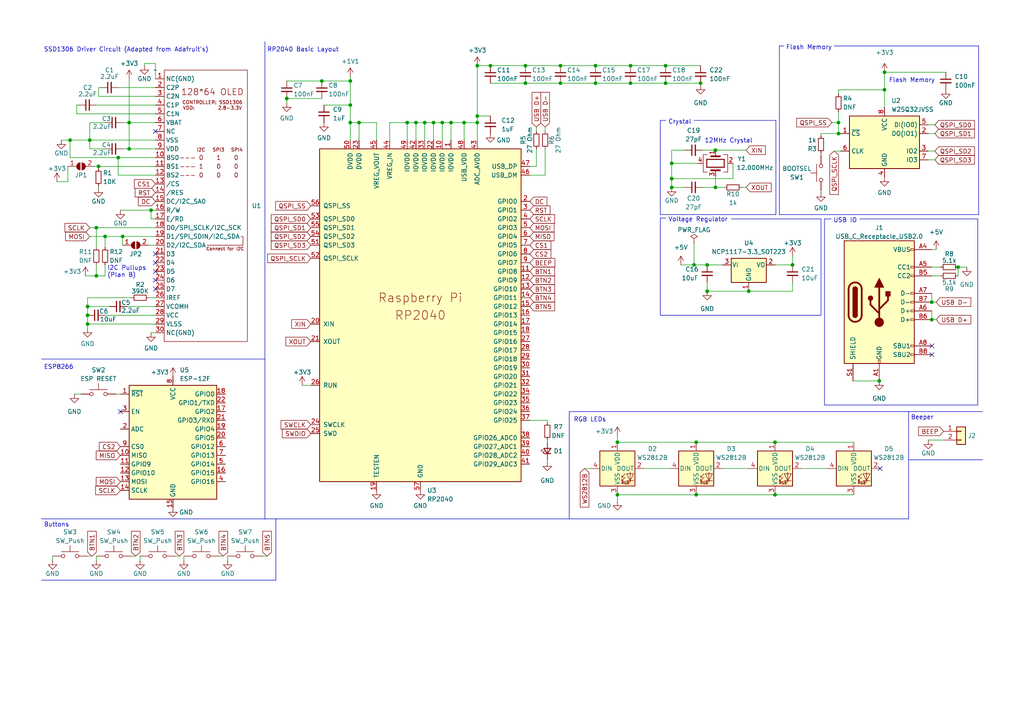
<source format=kicad_sch>
(kicad_sch (version 20230121) (generator eeschema)
  (paper "A4")
  (junction (at 43.815 60.96))
  (junction (at 194.818 47.371))
  (junction (at 25.4 93.98))
  (junction (at 101.6 30.48))
  (junction (at 203.2 24.13))
  (junction (at 172.72 24.13))
  (junction (at 243.205 35.56))
  (junction (at 162.56 19.05))
  (junction (at 28.575 48.26))
  (junction (at 37.465 35.56))
  (junction (at 224.79 128.27))
  (junction (at 224.79 143.51))
  (junction (at 118.11 35.56))
  (junction (at 205.105 76.835))
  (junction (at 27.94 66.04))
  (junction (at 37.465 43.18))
  (junction (at 27.94 80.01))
  (junction (at 26.035 40.64))
  (junction (at 179.07 143.51))
  (junction (at 194.818 51.816))
  (junction (at 101.6 35.56))
  (junction (at 182.88 24.13))
  (junction (at 255.016 110.49))
  (junction (at 130.81 35.56))
  (junction (at 152.4 19.05))
  (junction (at 193.04 19.05))
  (junction (at 142.24 19.05))
  (junction (at 256.54 26.035))
  (junction (at 194.818 54.356))
  (junction (at 270.256 92.71))
  (junction (at 152.4 24.13))
  (junction (at 162.56 24.13))
  (junction (at 125.73 35.56))
  (junction (at 256.54 20.955))
  (junction (at 277.876 77.47))
  (junction (at 138.43 33.655))
  (junction (at 182.88 19.05))
  (junction (at 179.07 128.27))
  (junction (at 30.48 68.58))
  (junction (at 207.518 54.356))
  (junction (at 35.56 68.58))
  (junction (at 20.32 40.64))
  (junction (at 270.256 87.63))
  (junction (at 134.62 35.56))
  (junction (at 201.93 143.51))
  (junction (at 34.29 45.72))
  (junction (at 172.72 19.05))
  (junction (at 128.27 35.56))
  (junction (at 205.105 84.455))
  (junction (at 229.87 76.835))
  (junction (at 217.17 84.455))
  (junction (at 25.4 88.9))
  (junction (at 201.295 76.835))
  (junction (at 123.19 35.56))
  (junction (at 120.65 35.56))
  (junction (at 138.43 35.56))
  (junction (at 104.14 35.56))
  (junction (at 193.04 24.13))
  (junction (at 201.93 128.27))
  (junction (at 243.205 38.735))
  (junction (at 83.185 28.575))
  (junction (at 25.4 91.44))
  (junction (at 93.345 23.495))
  (junction (at 207.518 43.561))
  (junction (at 138.43 19.05))
  (junction (at 101.6 23.495))
  (no_connect (at 270.256 100.33))
  (no_connect (at 45.085 83.82))
  (no_connect (at 34.925 119.38))
  (no_connect (at 255.27 135.89))
  (no_connect (at 45.085 78.74))
  (no_connect (at 270.256 102.87))
  (no_connect (at 45.085 38.1))
  (no_connect (at 45.085 73.66))
  (no_connect (at 45.085 81.28))
  (no_connect (at 45.085 76.2))
  (wire (pts (xy 45.085 45.72) (xy 34.29 45.72)))
  (wire (pts (xy 93.345 28.575) (xy 83.185 28.575)))
  (wire (pts (xy 172.72 24.13) (xy 162.56 24.13)))
  (wire (pts (xy 118.11 35.56) (xy 120.65 35.56)))
  (wire (pts (xy 162.56 19.05) (xy 172.72 19.05)))
  (wire (pts (xy 120.65 35.56) (xy 123.19 35.56)))
  (wire (pts (xy 201.93 143.51) (xy 224.79 143.51)))
  (wire (pts (xy 277.876 77.47) (xy 277.876 80.01)))
  (wire (pts (xy 193.04 19.05) (xy 203.2 19.05)))
  (wire (pts (xy 35.56 35.56) (xy 37.465 35.56)))
  (wire (pts (xy 269.24 36.195) (xy 271.145 36.195)))
  (wire (pts (xy 22.225 30.48) (xy 22.225 33.02)))
  (polyline (pts (xy 263.525 133.35) (xy 284.988 133.35)))
  (wire (pts (xy 113.03 40.64) (xy 113.03 35.56)))
  (wire (pts (xy 26.035 66.04) (xy 27.94 66.04)))
  (wire (pts (xy 33.655 114.3) (xy 34.925 114.3)))
  (wire (pts (xy 243.205 27.305) (xy 243.205 26.035)))
  (wire (pts (xy 87.63 111.76) (xy 90.17 111.76)))
  (polyline (pts (xy 226.06 62.23) (xy 283.845 62.23)))
  (wire (pts (xy 36.83 88.9) (xy 45.085 88.9)))
  (wire (pts (xy 101.6 23.495) (xy 101.6 30.48)))
  (wire (pts (xy 109.22 40.64) (xy 109.22 35.56)))
  (wire (pts (xy 203.708 54.356) (xy 207.518 54.356)))
  (wire (pts (xy 20.32 40.64) (xy 20.32 45.72)))
  (wire (pts (xy 104.14 35.56) (xy 109.22 35.56)))
  (polyline (pts (xy 241.046 63.5) (xy 239.141 63.5)))
  (wire (pts (xy 134.62 35.56) (xy 134.62 40.64)))
  (wire (pts (xy 34.925 60.96) (xy 43.815 60.96)))
  (wire (pts (xy 83.185 29.845) (xy 83.185 28.575)))
  (wire (pts (xy 25.4 86.36) (xy 25.4 88.9)))
  (wire (pts (xy 194.818 54.356) (xy 198.628 54.356)))
  (polyline (pts (xy 238.125 63.5) (xy 238.125 91.44)))
  (wire (pts (xy 186.69 135.89) (xy 194.31 135.89)))
  (wire (pts (xy 35.56 43.18) (xy 37.465 43.18)))
  (wire (pts (xy 270.256 87.63) (xy 271.526 87.63)))
  (wire (pts (xy 25.4 88.9) (xy 25.4 91.44)))
  (polyline (pts (xy 239.141 63.5) (xy 239.141 117.475)))
  (wire (pts (xy 270.256 77.47) (xy 272.796 77.47)))
  (polyline (pts (xy 12.065 150.495) (xy 76.835 150.495)))
  (wire (pts (xy 229.87 84.455) (xy 229.87 81.915)))
  (polyline (pts (xy 238.125 91.44) (xy 191.516 91.44)))
  (wire (pts (xy 37.465 43.18) (xy 45.085 43.18)))
  (wire (pts (xy 128.27 35.56) (xy 130.81 35.56)))
  (wire (pts (xy 194.818 43.561) (xy 198.628 43.561)))
  (wire (pts (xy 128.27 35.56) (xy 128.27 40.64)))
  (wire (pts (xy 182.88 24.13) (xy 172.72 24.13)))
  (wire (pts (xy 17.78 40.64) (xy 20.32 40.64)))
  (polyline (pts (xy 80.01 168.275) (xy 80.01 150.495)))
  (wire (pts (xy 28.575 54.61) (xy 28.575 53.975)))
  (polyline (pts (xy 241.935 13.335) (xy 283.845 13.335)))
  (wire (pts (xy 27.94 71.755) (xy 27.94 66.04)))
  (polyline (pts (xy 225.044 62.23) (xy 225.044 34.925)))
  (wire (pts (xy 205.105 76.835) (xy 209.55 76.835)))
  (wire (pts (xy 45.085 18.415) (xy 41.91 18.415)))
  (polyline (pts (xy 283.591 117.475) (xy 283.591 63.5)))
  (wire (pts (xy 205.105 81.915) (xy 205.105 84.455)))
  (wire (pts (xy 138.43 35.56) (xy 138.43 40.64)))
  (wire (pts (xy 38.1 86.36) (xy 25.4 86.36)))
  (wire (pts (xy 26.035 35.56) (xy 26.035 40.64)))
  (wire (pts (xy 155.575 48.26) (xy 155.575 43.18)))
  (wire (pts (xy 241.3 35.56) (xy 243.205 35.56)))
  (wire (pts (xy 209.55 135.89) (xy 217.17 135.89)))
  (wire (pts (xy 238.125 55.88) (xy 238.125 55.245)))
  (polyline (pts (xy 227.33 13.335) (xy 226.06 13.335)))
  (wire (pts (xy 201.295 70.485) (xy 201.295 76.835)))
  (wire (pts (xy 41.91 18.415) (xy 41.91 19.05)))
  (polyline (pts (xy 191.516 34.925) (xy 193.167 34.925)))
  (wire (pts (xy 25.4 88.9) (xy 31.75 88.9)))
  (wire (pts (xy 216.408 54.356) (xy 215.138 54.356)))
  (polyline (pts (xy 191.516 91.44) (xy 191.516 63.246)))
  (wire (pts (xy 27.94 76.835) (xy 27.94 80.01)))
  (polyline (pts (xy 212.09 63.5) (xy 238.125 63.5)))
  (wire (pts (xy 169.545 135.89) (xy 171.45 135.89)))
  (wire (pts (xy 22.225 33.02) (xy 45.085 33.02)))
  (polyline (pts (xy 191.516 62.23) (xy 225.044 62.23)))
  (wire (pts (xy 155.575 38.1) (xy 155.575 36.83)))
  (wire (pts (xy 224.79 128.27) (xy 247.65 128.27)))
  (wire (pts (xy 194.818 54.356) (xy 194.818 51.816)))
  (polyline (pts (xy 226.06 13.335) (xy 226.06 62.23)))
  (wire (pts (xy 30.48 91.44) (xy 45.085 91.44)))
  (wire (pts (xy 256.54 26.035) (xy 256.54 31.115)))
  (wire (pts (xy 25.4 161.29) (xy 26.67 161.29)))
  (wire (pts (xy 83.185 23.495) (xy 93.345 23.495)))
  (wire (pts (xy 40.64 161.29) (xy 40.64 162.56)))
  (wire (pts (xy 28.575 48.26) (xy 45.085 48.26)))
  (wire (pts (xy 34.29 25.4) (xy 45.085 25.4)))
  (wire (pts (xy 179.07 143.51) (xy 179.07 145.415)))
  (wire (pts (xy 26.035 43.18) (xy 30.48 43.18)))
  (wire (pts (xy 27.94 161.29) (xy 27.94 162.56)))
  (wire (pts (xy 134.62 35.56) (xy 138.43 35.56)))
  (wire (pts (xy 37.465 35.56) (xy 37.465 43.18)))
  (wire (pts (xy 43.18 71.12) (xy 45.085 71.12)))
  (wire (pts (xy 203.2 24.13) (xy 203.2 24.765)))
  (wire (pts (xy 158.115 43.18) (xy 158.115 50.8)))
  (wire (pts (xy 45.085 22.86) (xy 45.085 18.415)))
  (wire (pts (xy 277.876 77.47) (xy 280.416 77.47)))
  (wire (pts (xy 194.818 51.816) (xy 194.818 47.371)))
  (wire (pts (xy 182.88 19.05) (xy 193.04 19.05)))
  (wire (pts (xy 217.17 84.455) (xy 229.87 84.455)))
  (wire (pts (xy 34.29 45.72) (xy 34.29 50.8)))
  (wire (pts (xy 130.81 35.56) (xy 130.81 40.64)))
  (wire (pts (xy 20.32 45.72) (xy 34.29 45.72)))
  (wire (pts (xy 172.72 19.05) (xy 182.88 19.05)))
  (polyline (pts (xy 249.301 63.5) (xy 283.591 63.5)))
  (wire (pts (xy 21.59 114.3) (xy 23.495 114.3)))
  (wire (pts (xy 207.518 54.356) (xy 210.058 54.356)))
  (wire (pts (xy 123.19 35.56) (xy 123.19 40.64)))
  (wire (pts (xy 30.48 68.58) (xy 35.56 68.58)))
  (polyline (pts (xy 12.065 104.14) (xy 76.835 104.14)))
  (wire (pts (xy 247.396 110.49) (xy 255.016 110.49)))
  (wire (pts (xy 28.575 25.4) (xy 28.575 27.94)))
  (polyline (pts (xy 191.516 34.925) (xy 191.516 62.23)))
  (wire (pts (xy 270.256 80.01) (xy 272.796 80.01)))
  (wire (pts (xy 179.07 143.51) (xy 201.93 143.51)))
  (wire (pts (xy 269.24 46.355) (xy 271.145 46.355)))
  (wire (pts (xy 28.575 27.94) (xy 45.085 27.94)))
  (wire (pts (xy 232.41 135.89) (xy 240.03 135.89)))
  (wire (pts (xy 26.035 68.58) (xy 30.48 68.58)))
  (polyline (pts (xy 165.1 150.495) (xy 263.525 150.495)))
  (wire (pts (xy 193.04 24.13) (xy 182.88 24.13)))
  (wire (pts (xy 53.34 161.29) (xy 53.34 162.56)))
  (wire (pts (xy 203.2 24.13) (xy 193.04 24.13)))
  (polyline (pts (xy 165.1 119.38) (xy 284.988 119.38)))
  (wire (pts (xy 101.6 35.56) (xy 104.14 35.56)))
  (wire (pts (xy 153.67 121.92) (xy 158.75 121.92)))
  (wire (pts (xy 45.085 60.96) (xy 43.815 60.96)))
  (wire (pts (xy 118.11 40.64) (xy 118.11 35.56)))
  (wire (pts (xy 15.24 161.29) (xy 15.24 162.56)))
  (wire (pts (xy 138.43 19.05) (xy 138.43 33.655)))
  (wire (pts (xy 243.84 38.735) (xy 243.205 38.735)))
  (polyline (pts (xy 239.141 117.475) (xy 283.591 117.475)))
  (wire (pts (xy 113.03 35.56) (xy 118.11 35.56)))
  (wire (pts (xy 101.6 22.225) (xy 101.6 23.495)))
  (wire (pts (xy 256.54 20.955) (xy 256.54 26.035)))
  (wire (pts (xy 224.79 76.835) (xy 229.87 76.835)))
  (wire (pts (xy 158.75 133.35) (xy 158.75 133.985)))
  (wire (pts (xy 238.125 45.085) (xy 238.125 44.45)))
  (wire (pts (xy 162.56 24.13) (xy 152.4 24.13)))
  (wire (pts (xy 130.81 35.56) (xy 134.62 35.56)))
  (wire (pts (xy 179.07 126.365) (xy 179.07 128.27)))
  (wire (pts (xy 194.818 47.371) (xy 194.818 43.561)))
  (wire (pts (xy 229.87 74.295) (xy 229.87 76.835)))
  (wire (pts (xy 179.07 128.27) (xy 201.93 128.27)))
  (wire (pts (xy 35.56 68.58) (xy 35.56 71.12)))
  (wire (pts (xy 224.79 143.51) (xy 247.65 143.51)))
  (wire (pts (xy 93.98 30.48) (xy 101.6 30.48)))
  (wire (pts (xy 43.815 63.5) (xy 45.085 63.5)))
  (wire (pts (xy 27.94 80.01) (xy 30.48 80.01)))
  (wire (pts (xy 43.815 60.96) (xy 43.815 63.5)))
  (wire (pts (xy 203.708 43.561) (xy 207.518 43.561)))
  (wire (pts (xy 152.4 24.13) (xy 142.24 24.13)))
  (wire (pts (xy 243.205 38.735) (xy 243.205 35.56)))
  (wire (pts (xy 270.256 85.09) (xy 270.256 87.63)))
  (wire (pts (xy 120.65 35.56) (xy 120.65 40.64)))
  (wire (pts (xy 207.518 54.356) (xy 207.518 51.181)))
  (wire (pts (xy 104.14 35.56) (xy 104.14 40.64)))
  (wire (pts (xy 34.29 50.8) (xy 45.085 50.8)))
  (polyline (pts (xy 76.835 150.495) (xy 76.835 150.495)))
  (wire (pts (xy 243.205 26.035) (xy 256.54 26.035)))
  (wire (pts (xy 101.6 35.56) (xy 101.6 40.64)))
  (wire (pts (xy 207.518 43.561) (xy 216.408 43.561)))
  (wire (pts (xy 241.935 43.815) (xy 243.84 43.815)))
  (polyline (pts (xy 12.065 168.275) (xy 80.01 168.275)))
  (wire (pts (xy 270.256 90.17) (xy 270.256 92.71)))
  (wire (pts (xy 37.465 35.56) (xy 45.085 35.56)))
  (wire (pts (xy 43.18 86.36) (xy 45.085 86.36)))
  (polyline (pts (xy 263.525 150.495) (xy 263.525 119.38)))
  (wire (pts (xy 101.6 30.48) (xy 101.6 35.56)))
  (wire (pts (xy 50.8 161.29) (xy 52.07 161.29)))
  (wire (pts (xy 212.598 51.816) (xy 194.818 51.816)))
  (wire (pts (xy 25.4 91.44) (xy 25.4 93.98)))
  (wire (pts (xy 256.54 20.955) (xy 274.32 20.955)))
  (wire (pts (xy 271.526 72.39) (xy 270.256 72.39)))
  (wire (pts (xy 205.105 84.455) (xy 217.17 84.455)))
  (polyline (pts (xy 76.835 12.065) (xy 76.835 150.495)))
  (wire (pts (xy 138.43 19.05) (xy 142.24 19.05)))
  (wire (pts (xy 125.73 35.56) (xy 128.27 35.56)))
  (wire (pts (xy 269.24 38.735) (xy 271.145 38.735)))
  (wire (pts (xy 28.575 25.4) (xy 29.21 25.4)))
  (wire (pts (xy 38.1 161.29) (xy 39.37 161.29)))
  (wire (pts (xy 35.56 68.58) (xy 45.085 68.58)))
  (wire (pts (xy 27.94 80.01) (xy 24.765 80.01)))
  (wire (pts (xy 30.48 35.56) (xy 26.035 35.56)))
  (wire (pts (xy 27.94 66.04) (xy 45.085 66.04)))
  (wire (pts (xy 158.75 128.27) (xy 158.75 127.635)))
  (wire (pts (xy 76.2 161.29) (xy 77.47 161.29)))
  (wire (pts (xy 153.67 50.8) (xy 158.115 50.8)))
  (wire (pts (xy 152.4 19.05) (xy 162.56 19.05)))
  (wire (pts (xy 142.24 19.05) (xy 152.4 19.05)))
  (wire (pts (xy 212.598 47.371) (xy 212.598 51.816)))
  (wire (pts (xy 26.035 40.64) (xy 45.085 40.64)))
  (polyline (pts (xy 191.516 63.246) (xy 193.167 63.246)))
  (wire (pts (xy 66.04 161.29) (xy 66.04 162.56)))
  (wire (pts (xy 26.035 40.64) (xy 26.035 43.18)))
  (wire (pts (xy 19.685 48.26) (xy 19.685 52.705)))
  (polyline (pts (xy 201.295 34.925) (xy 225.044 34.925)))
  (wire (pts (xy 138.43 33.655) (xy 142.24 33.655)))
  (polyline (pts (xy 165.1 150.495) (xy 165.1 119.38)))
  (wire (pts (xy 270.256 92.71) (xy 271.526 92.71)))
  (wire (pts (xy 37.465 22.86) (xy 37.465 35.56)))
  (wire (pts (xy 63.5 161.29) (xy 64.77 161.29)))
  (wire (pts (xy 30.48 80.01) (xy 30.48 76.835)))
  (wire (pts (xy 25.4 93.98) (xy 45.085 93.98)))
  (wire (pts (xy 25.4 93.98) (xy 25.4 95.25)))
  (wire (pts (xy 19.685 52.705) (xy 16.51 52.705)))
  (wire (pts (xy 243.205 35.56) (xy 243.205 32.385)))
  (wire (pts (xy 269.24 127.635) (xy 273.685 127.635)))
  (wire (pts (xy 238.125 38.735) (xy 243.205 38.735)))
  (wire (pts (xy 93.345 23.495) (xy 101.6 23.495)))
  (wire (pts (xy 20.32 40.64) (xy 26.035 40.64)))
  (wire (pts (xy 158.75 121.92) (xy 158.75 122.555)))
  (wire (pts (xy 158.115 38.1) (xy 158.115 36.83)))
  (wire (pts (xy 43.815 96.52) (xy 45.085 96.52)))
  (wire (pts (xy 238.125 38.735) (xy 238.125 39.37)))
  (wire (pts (xy 28.575 48.895) (xy 28.575 48.26)))
  (polyline (pts (xy 283.845 62.23) (xy 283.845 13.335)))
  (wire (pts (xy 201.295 76.835) (xy 205.105 76.835)))
  (wire (pts (xy 22.225 30.48) (xy 22.86 30.48)))
  (wire (pts (xy 197.485 76.835) (xy 201.295 76.835)))
  (wire (pts (xy 201.93 128.27) (xy 224.79 128.27)))
  (wire (pts (xy 269.24 43.815) (xy 271.145 43.815)))
  (wire (pts (xy 30.48 68.58) (xy 30.48 71.755)))
  (wire (pts (xy 123.19 35.56) (xy 125.73 35.56)))
  (wire (pts (xy 194.818 47.371) (xy 202.438 47.371)))
  (wire (pts (xy 27.94 30.48) (xy 45.085 30.48)))
  (wire (pts (xy 138.43 35.56) (xy 138.43 33.655)))
  (polyline (pts (xy 76.835 150.495) (xy 165.1 150.495)))
  (wire (pts (xy 125.73 35.56) (xy 125.73 40.64)))
  (wire (pts (xy 27.305 48.26) (xy 28.575 48.26)))
  (wire (pts (xy 153.67 48.26) (xy 155.575 48.26)))
  (text "Buttons" (at 12.7 153.035 0) (effects (font (size 1.27 1.27)) (justify left bottom)))
  (text "I2C Pullups\n(Plan B)" (at 31.115 80.645 0) (effects (font (size 1.27 1.27)) (justify left bottom)))
  (text "RP2040 Basic Layout" (at 77.47 15.24 0) (effects (font (size 1.27 1.27)) (justify left bottom)))
  (text "SSD1306 Driver Circuit (Adapted from Adafruit's)" (at 12.7 15.24 0) (effects (font (size 1.27 1.27)) (justify left bottom)))
  (text "Flash Memory" (at 227.965 14.605 0) (effects (font (size 1.27 1.27)) (justify left bottom)))
  (text "ESP8266" (at 12.7 107.315 0) (effects (font (size 1.27 1.27)) (justify left bottom)))
  (text "Beeper" (at 264.16 121.92 0) (effects (font (size 1.27 1.27)) (justify left bottom)))
  (text "12MHz Crystal" (at 204.343 41.656 0) (effects (font (size 1.27 1.27)) (justify left bottom)))
  (text "Crystal" (at 193.802 36.195 0) (effects (font (size 1.27 1.27)) (justify left bottom)))
  (text "Flash Memory" (at 257.81 24.13 0) (effects (font (size 1.27 1.27)) (justify left bottom)))
  (text "RGB LEDs" (at 166.37 122.555 0) (effects (font (size 1.27 1.27)) (justify left bottom)))
  (text "USB IO" (at 241.681 64.77 0) (effects (font (size 1.27 1.27)) (justify left bottom)))
  (text "Voltage Regulator" (at 193.802 64.516 0) (effects (font (size 1.27 1.27)) (justify left bottom)))
  (global_label "SCLK" (shape input) (at 153.67 63.5 0) (property "Intersheetrefs" "${INTERSHEET_REFS}" (effects hide)))
  (global_label "WS2812B" (shape input) (at 169.545 135.89 270) (property "Intersheetrefs" "${INTERSHEET_REFS}" (effects hide)))
  (global_label "QSPI_SCLK" (shape input) (at 90.17 74.93 180) (property "Intersheetrefs" "${INTERSHEET_REFS}" (effects hide)))
  (global_label "QSPI_SD0" (shape input) (at 90.17 63.5 180) (property "Intersheetrefs" "${INTERSHEET_REFS}" (effects hide)))
  (global_label "XIN" (shape input) (at 216.408 43.561 0) (property "Intersheetrefs" "${INTERSHEET_REFS}" (effects hide)))
  (global_label "QSPI_SCLK" (shape input) (at 241.935 43.815 270) (property "Intersheetrefs" "${INTERSHEET_REFS}" (effects hide)))
  (global_label "MOSI" (shape input) (at 153.67 66.04 0) (property "Intersheetrefs" "${INTERSHEET_REFS}" (effects hide)))
  (global_label "RST" (shape input) (at 153.67 60.96 0) (property "Intersheetrefs" "${INTERSHEET_REFS}" (effects hide)))
  (global_label "CS2" (shape input) (at 153.67 73.66 0) (property "Intersheetrefs" "${INTERSHEET_REFS}" (effects hide)))
  (global_label "QSPI_SD3" (shape input) (at 271.145 46.355 0) (property "Intersheetrefs" "${INTERSHEET_REFS}" (effects hide)))
  (global_label "SCLK" (shape input) (at 26.035 66.04 180) (property "Intersheetrefs" "${INTERSHEET_REFS}" (effects hide)))
  (global_label "QSPI_SD1" (shape input) (at 90.17 66.04 180) (property "Intersheetrefs" "${INTERSHEET_REFS}" (effects hide)))
  (global_label "QSPI_SD1" (shape input) (at 271.145 38.735 0) (property "Intersheetrefs" "${INTERSHEET_REFS}" (effects hide)))
  (global_label "SCLK" (shape input) (at 34.925 142.24 180) (property "Intersheetrefs" "${INTERSHEET_REFS}" (effects hide)))
  (global_label "USB D+" (shape input) (at 155.575 36.83 90) (property "Intersheetrefs" "${INTERSHEET_REFS}" (effects hide)))
  (global_label "BTN2" (shape input) (at 153.67 81.28 0) (property "Intersheetrefs" "${INTERSHEET_REFS}" (effects hide)))
  (global_label "QSPI_SD3" (shape input) (at 90.17 71.12 180) (property "Intersheetrefs" "${INTERSHEET_REFS}" (effects hide)))
  (global_label "SWDIO" (shape input) (at 90.17 125.73 180) (property "Intersheetrefs" "${INTERSHEET_REFS}" (effects hide)))
  (global_label "XOUT" (shape input) (at 216.408 54.356 0) (property "Intersheetrefs" "${INTERSHEET_REFS}" (effects hide)))
  (global_label "BTN1" (shape input) (at 26.67 161.29 90) (property "Intersheetrefs" "${INTERSHEET_REFS}" (effects hide)))
  (global_label "QSPI_SD2" (shape input) (at 271.145 43.815 0) (property "Intersheetrefs" "${INTERSHEET_REFS}" (effects hide)))
  (global_label "BTN5" (shape input) (at 153.67 88.9 0) (property "Intersheetrefs" "${INTERSHEET_REFS}" (effects hide)))
  (global_label "MOSI" (shape input) (at 34.925 139.7 180) (property "Intersheetrefs" "${INTERSHEET_REFS}" (effects hide)))
  (global_label "DC" (shape input) (at 45.085 58.42 180) (property "Intersheetrefs" "${INTERSHEET_REFS}" (effects hide)))
  (global_label "SWCLK" (shape input) (at 90.17 123.19 180) (property "Intersheetrefs" "${INTERSHEET_REFS}" (effects hide)))
  (global_label "USB D-" (shape input) (at 271.526 87.63 0) (property "Intersheetrefs" "${INTERSHEET_REFS}" (effects hide)))
  (global_label "BEEP" (shape input) (at 273.685 125.095 180) (property "Intersheetrefs" "${INTERSHEET_REFS}" (effects hide)))
  (global_label "BTN1" (shape input) (at 153.67 78.74 0) (property "Intersheetrefs" "${INTERSHEET_REFS}" (effects hide)))
  (global_label "MOSI" (shape input) (at 26.035 68.58 180) (property "Intersheetrefs" "${INTERSHEET_REFS}" (effects hide)))
  (global_label "CS1" (shape input) (at 153.67 71.12 0) (property "Intersheetrefs" "${INTERSHEET_REFS}" (effects hide)))
  (global_label "MISO" (shape input) (at 153.67 68.58 0) (property "Intersheetrefs" "${INTERSHEET_REFS}" (effects hide)))
  (global_label "BTN3" (shape input) (at 153.67 83.82 0) (property "Intersheetrefs" "${INTERSHEET_REFS}" (effects hide)))
  (global_label "CS2" (shape input) (at 34.925 129.54 180) (property "Intersheetrefs" "${INTERSHEET_REFS}" (effects hide)))
  (global_label "BTN4" (shape input) (at 64.77 161.29 90) (property "Intersheetrefs" "${INTERSHEET_REFS}" (effects hide)))
  (global_label "QSPI_SD0" (shape input) (at 271.145 36.195 0) (property "Intersheetrefs" "${INTERSHEET_REFS}" (effects hide)))
  (global_label "QSPI_SD2" (shape input) (at 90.17 68.58 180) (property "Intersheetrefs" "${INTERSHEET_REFS}" (effects hide)))
  (global_label "BTN5" (shape input) (at 77.47 161.29 90) (property "Intersheetrefs" "${INTERSHEET_REFS}" (effects hide)))
  (global_label "DC" (shape input) (at 153.67 58.42 0) (property "Intersheetrefs" "${INTERSHEET_REFS}" (effects hide)))
  (global_label "XOUT" (shape input) (at 90.17 99.06 180) (property "Intersheetrefs" "${INTERSHEET_REFS}" (effects hide)))
  (global_label "QSPI_SS" (shape input) (at 90.17 59.69 180) (property "Intersheetrefs" "${INTERSHEET_REFS}" (effects hide)))
  (global_label "XIN" (shape input) (at 90.17 93.98 180) (property "Intersheetrefs" "${INTERSHEET_REFS}" (effects hide)))
  (global_label "BTN3" (shape input) (at 52.07 161.29 90) (property "Intersheetrefs" "${INTERSHEET_REFS}" (effects hide)))
  (global_label "BTN2" (shape input) (at 39.37 161.29 90) (property "Intersheetrefs" "${INTERSHEET_REFS}" (effects hide)))
  (global_label "BEEP" (shape input) (at 153.67 76.2 0) (property "Intersheetrefs" "${INTERSHEET_REFS}" (effects hide)))
  (global_label "CS1" (shape input) (at 45.085 53.34 180) (property "Intersheetrefs" "${INTERSHEET_REFS}" (effects hide)))
  (global_label "QSPI_SS" (shape input) (at 241.3 35.56 180) (property "Intersheetrefs" "${INTERSHEET_REFS}" (effects hide)))
  (global_label "MISO" (shape input) (at 34.925 132.08 180) (property "Intersheetrefs" "${INTERSHEET_REFS}" (effects hide)))
  (global_label "RST" (shape input) (at 45.085 55.88 180) (property "Intersheetrefs" "${INTERSHEET_REFS}" (effects hide)))
  (global_label "USB D+" (shape input) (at 271.526 92.71 0) (property "Intersheetrefs" "${INTERSHEET_REFS}" (effects hide)))
  (global_label "BTN4" (shape input) (at 153.67 86.36 0) (property "Intersheetrefs" "${INTERSHEET_REFS}" (effects hide)))
  (global_label "USB D-" (shape input) (at 158.115 36.83 90) (property "Intersheetrefs" "${INTERSHEET_REFS}" (effects hide)))
  (symbol (lib_id "power:GND") (at 53.34 162.56 0) (unit 1)
    (property "Reference" "#PWR040" (effects hide))
    (property "Value" "GND" (at 53.34 166.37 0))
  )
  (symbol (lib_id "Jumper:SolderJumper_2_Open") (at 23.495 48.26 0) (unit 1)
    (property "Reference" "JP1" (at 23.495 50.8 0))
    (property "Value" "SolderJumper_2_Open" (effects hide))
  )
  (symbol (lib_id "power:GND") (at 109.22 142.24 0) (unit 1)
    (property "Reference" "#PWR013" (effects hide))
    (property "Value" "GND" (at 109.22 146.685 0))
  )
  (symbol (lib_id "power:GND") (at 269.24 127.635 0) (unit 1)
    (property "Reference" "#PWR033" (effects hide))
    (property "Value" "GND" (at 269.24 131.445 0))
  )
  (symbol (lib_id "power:GND") (at 238.125 55.88 0) (unit 1)
    (property "Reference" "#PWR08" (effects hide))
    (property "Value" "GND" (at 238.125 60.325 0))
  )
  (symbol (lib_id "power:GND") (at 179.07 145.415 0) (unit 1)
    (property "Reference" "#PWR031" (effects hide))
    (property "Value" "GND" (at 175.26 146.685 0))
  )
  (symbol (lib_id "Device:C_Small") (at 205.105 79.375 0) (unit 1)
    (property "Reference" "C16" (at 198.755 78.105 0) (effects (justify left)))
    (property "Value" "10uF" (at 202.565 80.645 0) (effects (justify right)))
    (property "Footprint" "Capacitor_SMD:C_0402_1005Metric_Pad0.74x0.62mm_HandSolder" (effects hide))
    (property "LCSC" "C15525" (effects hide))
  )
  (symbol (lib_id "Device:R_Small") (at 275.336 80.01 270) (unit 1)
    (property "Reference" "R9" (at 275.336 83.82 90))
    (property "Value" "5.1k" (at 275.336 81.915 90))
    (property "Footprint" "Resistor_SMD:R_0402_1005Metric_Pad0.72x0.64mm_HandSolder" (effects hide))
    (property "LCSC" "C25905" (effects hide))
  )
  (symbol (lib_id "power:+3V3") (at 138.43 19.05 0) (unit 1)
    (property "Reference" "#PWR018" (effects hide))
    (property "Value" "+3V3" (at 138.43 14.605 0))
  )
  (symbol (lib_id "Device:R_Small") (at 40.64 86.36 90) (unit 1)
    (property "Reference" "R2" (at 40.64 82.55 90))
    (property "Value" "390K" (at 40.64 84.455 90))
  )
  (symbol (lib_id "Device:C_Small") (at 274.32 23.495 0) (unit 1)
    (property "Reference" "C10" (at 276.86 22.225 0) (effects (justify left)))
    (property "Value" "100nF" (at 276.86 24.765 0) (effects (justify left)))
    (property "Footprint" "Capacitor_SMD:C_0402_1005Metric_Pad0.74x0.62mm_HandSolder" (effects hide))
    (property "LCSC" "C1525" (effects hide))
  )
  (symbol (lib_id "power:GND") (at 255.016 110.49 0) (unit 1)
    (property "Reference" "#PWR020" (effects hide))
    (property "Value" "GND" (at 255.016 115.57 0))
  )
  (symbol (lib_id "power:+3V3") (at 256.54 20.955 0) (unit 1)
    (property "Reference" "#PWR014" (effects hide))
    (property "Value" "+3V3" (at 256.54 15.24 0))
  )
  (symbol (lib_id "power:GND") (at 203.2 24.765 0) (unit 1)
    (property "Reference" "#PWR028" (effects hide))
    (property "Value" "GND" (at 203.2 29.845 0))
  )
  (symbol (lib_id "Device:R_Small") (at 28.575 51.435 0) (unit 1)
    (property "Reference" "R1" (at 29.845 50.165 0) (effects (justify left)))
    (property "Value" "10K" (at 29.845 52.705 0) (effects (justify left)))
  )
  (symbol (lib_id "power:GND") (at 83.185 29.845 0) (unit 1)
    (property "Reference" "#PWR09" (effects hide))
    (property "Value" "GND" (at 83.185 34.29 0))
  )
  (symbol (lib_id "Connector:USB_C_Receptacle_USB2.0") (at 255.016 87.63 0) (unit 1)
    (property "Reference" "J1" (at 255.016 66.04 0))
    (property "Value" "USB_C_Receptacle_USB2.0" (at 255.016 68.58 0))
    (property "Footprint" "Connector_USB:USB_C_Receptacle_G-Switch_GT-USB-7010ASV" (effects hide))
    (property "Datasheet" "https://www.usb.org/sites/default/files/documents/usb_type-c.zip" (effects hide))
    (property "LCSC" "C2988369" (effects hide))
  )
  (symbol (lib_id "power:GND") (at 50.165 147.32 0) (unit 1)
    (property "Reference" "#PWR035" (effects hide))
    (property "Value" "GND" (at 53.975 148.59 0))
  )
  (symbol (lib_id "Switch:SW_Push") (at 58.42 161.29 0) (unit 1)
    (property "Reference" "SW6" (at 58.42 154.305 0))
    (property "Value" "SW_Push" (at 58.42 156.845 0))
  )
  (symbol (lib_id "power:GND") (at 280.416 77.47 0) (unit 1)
    (property "Reference" "#PWR025" (effects hide))
    (property "Value" "GND" (at 280.416 82.55 0))
  )
  (symbol (lib_id "Device:C_Small") (at 27.94 91.44 90) (unit 1)
    (property "Reference" "C6" (at 30.099 90.297 90))
    (property "Value" "10uF" (at 31.369 92.583 90))
  )
  (symbol (lib_id "Device:R_Small") (at 158.115 40.64 180) (unit 1)
    (property "Reference" "R6" (at 160.02 40.64 90))
    (property "Value" "27 Ohm" (at 161.925 40.64 90))
    (property "Footprint" "Resistor_SMD:R_0402_1005Metric_Pad0.72x0.64mm_HandSolder" (effects hide))
    (property "LCSC" "C2909343" (effects hide))
  )
  (symbol (lib_id "power:GND") (at 43.815 96.52 0) (unit 1)
    (property "Reference" "#PWR07" (effects hide))
    (property "Value" "GND" (at 43.815 100.965 0))
  )
  (symbol (lib_id "power:GND") (at 17.78 40.64 0) (unit 1)
    (property "Reference" "#PWR04" (effects hide))
    (property "Value" "GND" (at 17.78 44.45 0))
  )
  (symbol (lib_id "Device:C_Small") (at 33.02 43.18 90) (unit 1)
    (property "Reference" "C4" (at 30.861 42.037 90))
    (property "Value" "2.2uF" (at 29.591 44.323 90))
  )
  (symbol (lib_id "Device:C_Small") (at 193.04 21.59 0) (unit 1)
    (property "Reference" "C18" (at 194.945 20.32 0) (effects (justify left)))
    (property "Value" "100nF" (at 194.945 22.86 0) (effects (justify left)))
    (property "Footprint" "Capacitor_SMD:C_0402_1005Metric_Pad0.74x0.62mm_HandSolder" (effects hide))
    (property "LCSC" "C1525" (effects hide))
  )
  (symbol (lib_id "Device:C_Small") (at 93.345 26.035 0) (unit 1)
    (property "Reference" "C8" (at 95.25 24.765 0) (effects (justify left)))
    (property "Value" "100nF" (at 95.25 27.305 0) (effects (justify left)))
    (property "Footprint" "Capacitor_SMD:C_0402_1005Metric_Pad0.74x0.62mm_HandSolder" (effects hide))
    (property "LCSC" "C1525" (effects hide))
  )
  (symbol (lib_id "Device:C_Small") (at 152.4 21.59 0) (unit 1)
    (property "Reference" "C13" (at 154.305 20.32 0) (effects (justify left)))
    (property "Value" "100nF" (at 154.305 22.86 0) (effects (justify left)))
    (property "Footprint" "Capacitor_SMD:C_0402_1005Metric_Pad0.74x0.62mm_HandSolder" (effects hide))
    (property "LCSC" "C1525" (effects hide))
  )
  (symbol (lib_id "power:+3V3") (at 37.465 22.86 0) (unit 1)
    (property "Reference" "#PWR02" (effects hide))
    (property "Value" "+3V3" (at 37.465 18.415 0))
  )
  (symbol (lib_id "Device:C_Small") (at 83.185 26.035 0) (unit 1)
    (property "Reference" "C7" (at 85.09 24.765 0) (effects (justify left)))
    (property "Value" "100nF" (at 85.09 27.305 0) (effects (justify left)))
    (property "Footprint" "Capacitor_SMD:C_0402_1005Metric_Pad0.74x0.62mm_HandSolder" (effects hide))
    (property "LCSC" "C1525" (effects hide))
  )
  (symbol (lib_id "Device:R_Small") (at 238.125 41.91 180) (unit 1)
    (property "Reference" "R3" (at 235.585 43.18 0))
    (property "Value" "1k" (at 235.585 40.64 0))
    (property "Footprint" "Resistor_SMD:R_0402_1005Metric_Pad0.72x0.64mm_HandSolder" (effects hide))
    (property "LCSC" "C106235" (effects hide))
  )
  (symbol (lib_id "LED:WS2812B") (at 224.79 135.89 0) (unit 1)
    (property "Reference" "D4" (at 234.95 130.175 0))
    (property "Value" "WS2812B" (at 234.95 132.715 0))
    (property "Footprint" "LED_SMD:LED_WS2812B_PLCC4_5.0x5.0mm_P3.2mm" (effects hide))
    (property "Datasheet" "https://cdn-shop.adafruit.com/datasheets/WS2812B.pdf" (effects hide))
  )
  (symbol (lib_id "Device:C_Small") (at 229.87 79.375 0) (unit 1)
    (property "Reference" "C21" (at 232.41 78.1112 0) (effects (justify left)))
    (property "Value" "10uF" (at 232.41 80.6512 0) (effects (justify left)))
    (property "Footprint" "Capacitor_SMD:C_0402_1005Metric_Pad0.74x0.62mm_HandSolder" (effects hide))
    (property "LCSC" "C15525" (effects hide))
  )
  (symbol (lib_id "Device:C_Small") (at 201.168 54.356 90) (unit 1)
    (property "Reference" "C20" (at 201.168 57.531 90))
    (property "Value" "27pF" (at 201.168 60.071 90))
    (property "Footprint" "Capacitor_SMD:C_0402_1005Metric_Pad0.74x0.62mm_HandSolder" (effects hide))
    (property "LCSC" "C1557" (effects hide))
  )
  (symbol (lib_id "Device:C_Small") (at 31.75 25.4 90) (unit 1)
    (property "Reference" "C1" (at 31.75 20.32 90))
    (property "Value" "2.2uF" (at 31.75 22.225 90))
  )
  (symbol (lib_id "power:GND") (at 121.92 142.24 0) (unit 1)
    (property "Reference" "#PWR016" (effects hide))
    (property "Value" "GND" (at 121.92 146.685 0))
  )
  (symbol (lib_id "power:+3V3") (at 16.51 52.705 0) (unit 1)
    (property "Reference" "#PWR05" (effects hide))
    (property "Value" "+3V3" (at 16.51 48.895 0))
  )
  (symbol (lib_id "power:+5V") (at 197.485 76.835 0) (unit 1)
    (property "Reference" "#PWR021" (effects hide))
    (property "Value" "+5V" (at 197.485 71.755 0))
  )
  (symbol (lib_id "Switch:SW_Push") (at 71.12 161.29 0) (unit 1)
    (property "Reference" "SW7" (at 71.12 154.305 0))
    (property "Value" "SW_Push" (at 71.12 156.845 0))
  )
  (symbol (lib_id "power:GND") (at 194.818 54.356 0) (unit 1)
    (property "Reference" "#PWR026" (effects hide))
    (property "Value" "GND" (at 194.818 58.166 0))
  )
  (symbol (lib_id "power:GND") (at 27.94 162.56 0) (unit 1)
    (property "Reference" "#PWR038" (effects hide))
    (property "Value" "GND" (at 27.94 166.37 0))
  )
  (symbol (lib_id "power:GND") (at 66.04 162.56 0) (unit 1)
    (property "Reference" "#PWR041" (effects hide))
    (property "Value" "GND" (at 66.04 166.37 0))
  )
  (symbol (lib_id "power:GND") (at 15.24 162.56 0) (unit 1)
    (property "Reference" "#PWR037" (effects hide))
    (property "Value" "GND" (at 15.24 166.37 0))
  )
  (symbol (lib_id "Device:C_Small") (at 203.2 21.59 0) (unit 1)
    (property "Reference" "C22" (at 205.74 20.3262 0) (effects (justify left)))
    (property "Value" "100nF" (at 205.74 22.8662 0) (effects (justify left)))
    (property "Footprint" "Capacitor_SMD:C_0402_1005Metric_Pad0.74x0.62mm_HandSolder" (effects hide))
    (property "LCSC" "C1525" (effects hide))
  )
  (symbol (lib_id "Device:R_Small") (at 158.75 125.095 0) (unit 1)
    (property "Reference" "R7" (at 161.925 123.825 0))
    (property "Value" "DNF" (at 161.925 126.365 0))
    (property "Footprint" "Resistor_SMD:R_0402_1005Metric_Pad0.72x0.64mm_HandSolder" (effects hide))
  )
  (symbol (lib_id "LED:WS2812B") (at 179.07 135.89 0) (unit 1)
    (property "Reference" "D2" (at 189.23 130.175 0))
    (property "Value" "WS2812B" (at 189.23 132.715 0))
    (property "Footprint" "LED_SMD:LED_WS2812B_PLCC4_5.0x5.0mm_P3.2mm" (effects hide))
    (property "Datasheet" "https://cdn-shop.adafruit.com/datasheets/WS2812B.pdf" (effects hide))
  )
  (symbol (lib_id "Device:C_Small") (at 25.4 30.48 90) (unit 1)
    (property "Reference" "C2" (at 25.4 25.4 90))
    (property "Value" "2.2uF" (at 25.4 27.305 90))
  )
  (symbol (lib_id "Memory_Flash:W25Q32JVSS") (at 256.54 41.275 0) (unit 1)
    (property "Reference" "U2" (at 258.4959 29.21 0) (effects (justify left)))
    (property "Value" "W25Q32JVSS" (at 258.4959 31.75 0) (effects (justify left)))
    (property "Footprint" "Package_SO:SOIC-8_5.23x5.23mm_P1.27mm" (effects hide))
    (property "Datasheet" "http://www.winbond.com/resource-files/w25q32jv%20revg%2003272018%20plus.pdf" (effects hide))
    (property "LCSC" "C82344" (effects hide))
  )
  (symbol (lib_id "Device:C_Small") (at 162.56 21.59 0) (unit 1)
    (property "Reference" "C14" (at 164.465 20.32 0) (effects (justify left)))
    (property "Value" "100nF" (at 164.465 22.86 0) (effects (justify left)))
    (property "Footprint" "Capacitor_SMD:C_0402_1005Metric_Pad0.74x0.62mm_HandSolder" (effects hide))
    (property "LCSC" "C1525" (effects hide))
  )
  (symbol (lib_id "power:+3V3") (at 50.165 109.22 0) (unit 1)
    (property "Reference" "#PWR034" (effects hide))
    (property "Value" "+3V3" (at 46.355 107.95 0))
  )
  (symbol (lib_id "power:GND") (at 25.4 95.25 0) (unit 1)
    (property "Reference" "#PWR06" (effects hide))
    (property "Value" "GND" (at 25.4 99.695 0))
  )
  (symbol (lib_id "power:GND") (at 93.98 35.56 0) (unit 1)
    (property "Reference" "#PWR011" (effects hide))
    (property "Value" "GND" (at 93.98 40.005 0))
  )
  (symbol (lib_id "Device:C_Small") (at 34.29 88.9 90) (unit 1)
    (property "Reference" "C5" (at 35.179 87.757 90) (effects (justify right)))
    (property "Value" "2.2uF" (at 35.179 90.043 90) (effects (justify right)))
  )
  (symbol (lib_id "power:PWR_FLAG") (at 201.295 70.485 0) (unit 1)
    (property "Reference" "#FLG01" (effects hide))
    (property "Value" "PWR_FLAG" (at 201.295 66.675 0))
  )
  (symbol (lib_id "Device:C_Small") (at 172.72 21.59 0) (unit 1)
    (property "Reference" "C15" (at 174.625 20.32 0) (effects (justify left)))
    (property "Value" "100nF" (at 174.625 22.86 0) (effects (justify left)))
    (property "Footprint" "Capacitor_SMD:C_0402_1005Metric_Pad0.74x0.62mm_HandSolder" (effects hide))
    (property "LCSC" "C1525" (effects hide))
  )
  (symbol (lib_id "Device:C_Small") (at 33.02 35.56 90) (unit 1)
    (property "Reference" "C3" (at 30.861 34.417 90))
    (property "Value" "2.2uF" (at 29.591 36.703 90))
  )
  (symbol (lib_id "Device:R_Small") (at 275.336 77.47 90) (unit 1)
    (property "Reference" "R8" (at 275.336 73.66 90))
    (property "Value" "5.1k" (at 275.336 75.565 90))
    (property "Footprint" "Resistor_SMD:R_0402_1005Metric_Pad0.72x0.64mm_HandSolder" (effects hide))
    (property "LCSC" "C25905" (effects hide))
  )
  (symbol (lib_id "power:GND") (at 142.24 38.735 0) (unit 1)
    (property "Reference" "#PWR019" (effects hide))
    (property "Value" "GND" (at 146.05 40.64 0))
  )
  (symbol (lib_id "Switch:SW_Push") (at 20.32 161.29 0) (unit 1)
    (property "Reference" "SW3" (at 20.32 154.305 0))
    (property "Value" "SW_Push" (at 20.32 156.845 0))
  )
  (symbol (lib_id "Device:R_Small") (at 243.205 29.845 0) (unit 1)
    (property "Reference" "R4" (at 244.475 28.575 0) (effects (justify left)))
    (property "Value" "DNF" (at 244.475 31.115 0) (effects (justify left)))
    (property "Footprint" "Resistor_SMD:R_0402_1005Metric_Pad0.72x0.64mm_HandSolder" (effects hide))
  )
  (symbol (lib_id "Device:C_Small") (at 142.24 21.59 0) (unit 1)
    (property "Reference" "C11" (at 144.145 20.32 0) (effects (justify left)))
    (property "Value" "100nF" (at 144.145 22.86 0) (effects (justify left)))
    (property "Footprint" "Capacitor_SMD:C_0402_1005Metric_Pad0.74x0.62mm_HandSolder" (effects hide))
    (property "LCSC" "C1525" (effects hide))
  )
  (symbol (lib_id "power:+3V3") (at 229.87 74.295 0) (unit 1)
    (property "Reference" "#PWR027" (effects hide))
    (property "Value" "+3V3" (at 229.87 70.485 0))
  )
  (symbol (lib_id "Device:C_Small") (at 93.98 33.02 0) (unit 1)
    (property "Reference" "C9" (at 96.52 31.7562 0) (effects (justify left)))
    (property "Value" "1uF" (at 96.52 34.2962 0) (effects (justify left)))
    (property "Footprint" "Capacitor_SMD:C_0402_1005Metric_Pad0.74x0.62mm_HandSolder" (effects hide))
    (property "LCSC" "C52923" (effects hide))
  )
  (symbol (lib_id "power:GND") (at 256.54 51.435 0) (unit 1)
    (property "Reference" "#PWR015" (effects hide))
    (property "Value" "GND" (at 256.54 55.88 0))
  )
  (symbol (lib_id "RP2040_minimal-cache:Connector_Generic_Conn_01x02") (at 278.765 125.095 0) (unit 1)
    (property "Reference" "J2" (at 280.67 126.365 0) (effects (justify left)))
    (property "Value" "Connector_Generic_Conn_01x02" (effects hide))
  )
  (symbol (lib_id "Device:LED_Small") (at 158.75 130.81 90) (unit 1)
    (property "Reference" "D1" (at 161.925 130.81 90))
    (property "Value" "DNF" (effects hide))
    (property "Footprint" "LED_SMD:LED_0805_2012Metric_Pad1.15x1.40mm_HandSolder" (effects hide))
  )
  (symbol (lib_id "Device:Crystal_GND24") (at 207.518 47.371 270) (unit 1)
    (property "Reference" "Y1" (at 215.138 46.101 90))
    (property "Value" "12.000MHz" (at 218.948 48.641 90))
    (property "Footprint" "Crystal:Crystal_SMD_3225-4Pin_3.2x2.5mm" (effects hide))
    (property "LCSC" "C9002" (effects hide))
  )
  (symbol (lib_id "Switch:SW_Push") (at 45.72 161.29 0) (unit 1)
    (property "Reference" "SW5" (at 45.72 154.305 0))
    (property "Value" "SW_Push" (at 45.72 156.845 0))
  )
  (symbol (lib_id "Device:R_Small") (at 212.598 54.356 90) (unit 1)
    (property "Reference" "R10" (at 212.598 56.261 90))
    (property "Value" "1k" (at 212.598 58.801 90))
    (property "Footprint" "Resistor_SMD:R_0402_1005Metric_Pad0.72x0.64mm_HandSolder" (effects hide))
    (property "LCSC" "C106235" (effects hide))
  )
  (symbol (lib_id "power:GND") (at 41.91 19.05 0) (unit 1)
    (property "Reference" "#PWR01" (effects hide))
    (property "Value" "GND" (at 41.91 22.86 0))
  )
  (symbol (lib_id "Device:R_Small") (at 27.94 74.295 0) (unit 1)
    (property "Reference" "R11" (at 22.86 73.025 0) (effects (justify left)))
    (property "Value" "DNF" (at 22.86 75.565 0) (effects (justify left)))
  )
  (symbol (lib_id "power:+3V3") (at 87.63 111.76 0) (unit 1)
    (property "Reference" "#PWR010" (effects hide))
    (property "Value" "+3V3" (at 87.63 107.95 0))
  )
  (symbol (lib_id "Device:R_Small") (at 30.48 74.295 0) (unit 1)
    (property "Reference" "R12" (at 31.75 73.025 0) (effects (justify left)))
    (property "Value" "DNF" (at 31.75 75.565 0) (effects (justify left)))
  )
  (symbol (lib_id "MCU_RaspberryPi_RP2040:RP2040") (at 121.92 91.44 0) (unit 1)
    (property "Reference" "U3" (at 123.8759 142.24 0) (effects (justify left)))
    (property "Value" "RP2040" (at 123.8759 144.78 0) (effects (justify left)))
    (property "Footprint" "RP2040_minimal:RP2040-QFN-56" (effects hide))
    (property "LCSC" "C2040" (effects hide))
  )
  (symbol (lib_id "Jumper:SolderJumper_2_Open") (at 39.37 71.12 0) (unit 1)
    (property "Reference" "JP2" (at 39.37 73.66 0))
    (property "Value" "SolderJumper_2_Open" (effects hide))
  )
  (symbol (lib_id "Device:R_Small") (at 155.575 40.64 180) (unit 1)
    (property "Reference" "R5" (at 151.765 40.64 90))
    (property "Value" "27 Ohm" (at 153.67 40.64 90))
    (property "Footprint" "Resistor_SMD:R_0402_1005Metric_Pad0.72x0.64mm_HandSolder" (effects hide))
    (property "LCSC" "C2909343" (effects hide))
  )
  (symbol (lib_id "power:GND") (at 158.75 133.985 0) (unit 1)
    (property "Reference" "#PWR022" (effects hide))
    (property "Value" "GND" (at 158.75 139.3825 0))
  )
  (symbol (lib_id "power:GND") (at 28.575 54.61 0) (unit 1)
    (property "Reference" "#PWR03" (effects hide))
    (property "Value" "GND" (at 28.575 58.42 0))
  )
  (symbol (lib_id "power:+3V3") (at 179.07 126.365 0) (unit 1)
    (property "Reference" "#PWR032" (effects hide))
    (property "Value" "+3V3" (at 175.26 125.095 0))
  )
  (symbol (lib_id "power:GND") (at 40.64 162.56 0) (unit 1)
    (property "Reference" "#PWR039" (effects hide))
    (property "Value" "GND" (at 40.64 166.37 0))
  )
  (symbol (lib_id "power:GND") (at 34.925 60.96 0) (unit 1)
    (property "Reference" "#PWR029" (effects hide))
    (property "Value" "GND" (at 34.925 64.77 0))
  )
  (symbol (lib_id "power:+5V") (at 271.526 72.39 0) (unit 1)
    (property "Reference" "#PWR024" (effects hide))
    (property "Value" "+5V" (at 271.526 67.31 0))
  )
  (symbol (lib_id "power:+1V1") (at 101.6 22.225 0) (unit 1)
    (property "Reference" "#PWR012" (effects hide))
    (property "Value" "+1V1" (at 101.6 17.78 0))
  )
  (symbol (lib_id "Switch:SW_Push") (at 33.02 161.29 0) (unit 1)
    (property "Reference" "SW4" (at 33.02 154.305 0))
    (property "Value" "SW_Push" (at 33.02 156.845 0))
  )
  (symbol (lib_id "power:GND") (at 21.59 114.3 0) (unit 1)
    (property "Reference" "#PWR036" (effects hide))
    (property "Value" "GND" (at 21.59 119.38 0))
  )
  (symbol (lib_id "power:GND") (at 274.32 26.035 0) (unit 1)
    (property "Reference" "#PWR017" (effects hide))
    (property "Value" "GND" (at 274.32 29.845 0))
  )
  (symbol (lib_id "RF_Module:ESP-12F") (at 50.165 129.54 0) (unit 1)
    (property "Reference" "U5" (at 52.1209 107.315 0) (effects (justify left)))
    (property "Value" "ESP-12F" (at 52.1209 109.855 0) (effects (justify left)))
    (property "Footprint" "RF_Module:ESP-12E" (effects hide))
    (property "Datasheet" "http://wiki.ai-thinker.com/_media/esp8266/esp8266_series_modules_user_manual_v1.1.pdf" (effects hide))
  )
  (symbol (lib_id "Device:C_Small") (at 142.24 36.195 0) (unit 1)
    (property "Reference" "C12" (at 145.415 34.9312 0) (effects (justify left)))
    (property "Value" "1uF" (at 145.415 37.4712 0) (effects (justify left)))
    (property "Footprint" "Capacitor_SMD:C_0402_1005Metric_Pad0.74x0.62mm_HandSolder" (effects hide))
    (property "LCSC" "C52923" (effects hide))
  )
  (symbol (lib_id "Switch:SW_Push") (at 28.575 114.3 0) (unit 1)
    (property "Reference" "SW2" (at 28.575 107.315 0))
    (property "Value" "ESP RESET" (at 28.575 109.855 0))
  )
  (symbol (lib_id "power:+3V3") (at 24.765 80.01 0) (unit 1)
    (property "Reference" "#PWR030" (effects hide))
    (property "Value" "+3V3" (at 20.955 78.74 0))
  )
  (symbol (lib_id "LED:WS2812B") (at 247.65 135.89 0) (unit 1)
    (property "Reference" "D5" (at 257.81 130.175 0))
    (property "Value" "WS2812B" (at 257.81 132.715 0))
    (property "Footprint" "LED_SMD:LED_WS2812B_PLCC4_5.0x5.0mm_P3.2mm" (effects hide))
    (property "Datasheet" "https://cdn-shop.adafruit.com/datasheets/WS2812B.pdf" (effects hide))
  )
  (symbol (lib_id "Device:C_Small") (at 182.88 21.59 0) (unit 1)
    (property "Reference" "C17" (at 184.785 20.32 0) (effects (justify left)))
    (property "Value" "100nF" (at 184.785 22.86 0) (effects (justify left)))
    (property "Footprint" "Capacitor_SMD:C_0402_1005Metric_Pad0.74x0.62mm_HandSolder" (effects hide))
    (property "LCSC" "C1525" (effects hide))
  )
  (symbol (lib_id "dj's parts:SSD1306_(128*64)") (at 45.085 20.32 0) (unit 1)
    (property "Reference" "U1" (at 73.025 59.69 0) (effects (justify left)))
    (property "Value" "~" (at 45.085 20.32 0))
  )
  (symbol (lib_id "Switch:SW_Push") (at 238.125 50.165 90) (unit 1)
    (property "Reference" "SW1" (at 231.14 51.435 90))
    (property "Value" "BOOTSEL" (at 231.14 48.895 90))
    (property "Footprint" "Misc Footprints:TS-1187A-B-A-B" (effects hide))
    (property "LCSC" "C318884" (effects hide))
  )
  (symbol (lib_id "Device:C_Small") (at 201.168 43.561 90) (unit 1)
    (property "Reference" "C19" (at 201.168 37.846 90))
    (property "Value" "27pF" (at 201.168 40.386 90))
    (property "Footprint" "Capacitor_SMD:C_0402_1005Metric_Pad0.74x0.62mm_HandSolder" (effects hide))
    (property "LCSC" "C1557" (effects hide))
  )
  (symbol (lib_id "LED:WS2812B") (at 201.93 135.89 0) (unit 1)
    (property "Reference" "D3" (at 212.09 130.175 0))
    (property "Value" "WS2812B" (at 212.09 132.715 0))
    (property "Footprint" "LED_SMD:LED_WS2812B_PLCC4_5.0x5.0mm_P3.2mm" (effects hide))
    (property "Datasheet" "https://cdn-shop.adafruit.com/datasheets/WS2812B.pdf" (effects hide))
  )
  (symbol (lib_id "power:GND") (at 205.105 84.455 0) (unit 1)
    (property "Reference" "#PWR023" (effects hide))
    (property "Value" "GND" (at 205.105 89.535 0))
  )
  (symbol (lib_id "Regulator_Linear:NCP1117-3.3_SOT223") (at 217.17 76.835 0) (unit 1)
    (property "Reference" "U4" (at 217.17 70.485 0))
    (property "Value" "NCP1117-3.3_SOT223" (at 217.17 73.025 0))
    (property "Footprint" "Package_TO_SOT_SMD:SOT-223-3_TabPin2" (effects hide))
    (property "Datasheet" "http://www.onsemi.com/pub_link/Collateral/NCP1117-D.PDF" (effects hide))
    (property "LCSC" "C146799" (effects hide))
  )
)
</source>
